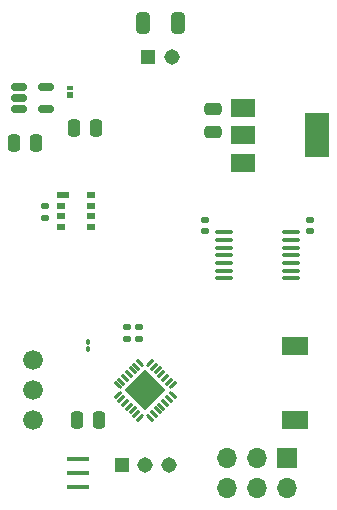
<source format=gts>
G04 #@! TF.GenerationSoftware,KiCad,Pcbnew,(6.0.2)*
G04 #@! TF.CreationDate,2022-09-22T18:34:12-04:00*
G04 #@! TF.ProjectId,Control Board,436f6e74-726f-46c2-9042-6f6172642e6b,rev?*
G04 #@! TF.SameCoordinates,Original*
G04 #@! TF.FileFunction,Soldermask,Top*
G04 #@! TF.FilePolarity,Negative*
%FSLAX46Y46*%
G04 Gerber Fmt 4.6, Leading zero omitted, Abs format (unit mm)*
G04 Created by KiCad (PCBNEW (6.0.2)) date 2022-09-22 18:34:12*
%MOMM*%
%LPD*%
G01*
G04 APERTURE LIST*
G04 Aperture macros list*
%AMRoundRect*
0 Rectangle with rounded corners*
0 $1 Rounding radius*
0 $2 $3 $4 $5 $6 $7 $8 $9 X,Y pos of 4 corners*
0 Add a 4 corners polygon primitive as box body*
4,1,4,$2,$3,$4,$5,$6,$7,$8,$9,$2,$3,0*
0 Add four circle primitives for the rounded corners*
1,1,$1+$1,$2,$3*
1,1,$1+$1,$4,$5*
1,1,$1+$1,$6,$7*
1,1,$1+$1,$8,$9*
0 Add four rect primitives between the rounded corners*
20,1,$1+$1,$2,$3,$4,$5,0*
20,1,$1+$1,$4,$5,$6,$7,0*
20,1,$1+$1,$6,$7,$8,$9,0*
20,1,$1+$1,$8,$9,$2,$3,0*%
%AMRotRect*
0 Rectangle, with rotation*
0 The origin of the aperture is its center*
0 $1 length*
0 $2 width*
0 $3 Rotation angle, in degrees counterclockwise*
0 Add horizontal line*
21,1,$1,$2,0,0,$3*%
%AMFreePoly0*
4,1,14,0.318306,0.106694,0.381693,0.043306,0.400000,-0.000888,0.400000,-0.062500,0.381693,-0.106694,0.337500,-0.125000,-0.337500,-0.125000,-0.381693,-0.106694,-0.400000,-0.062500,-0.400000,0.062500,-0.381693,0.106694,-0.337500,0.125000,0.274112,0.125000,0.318306,0.106694,0.318306,0.106694,$1*%
%AMFreePoly1*
4,1,14,0.381693,0.106694,0.400000,0.062500,0.400000,0.000888,0.381693,-0.043306,0.318306,-0.106694,0.274112,-0.125000,-0.337500,-0.125000,-0.381693,-0.106694,-0.400000,-0.062500,-0.400000,0.062500,-0.381693,0.106694,-0.337500,0.125000,0.337500,0.125000,0.381693,0.106694,0.381693,0.106694,$1*%
%AMFreePoly2*
4,1,14,0.106694,0.381693,0.125000,0.337500,0.125000,-0.337500,0.106694,-0.381693,0.062500,-0.400000,-0.062500,-0.400000,-0.106694,-0.381693,-0.125000,-0.337500,-0.125000,0.274112,-0.106694,0.318306,-0.043306,0.381693,0.000888,0.400000,0.062500,0.400000,0.106694,0.381693,0.106694,0.381693,$1*%
%AMFreePoly3*
4,1,14,0.043306,0.381693,0.106694,0.318306,0.125000,0.274112,0.125000,-0.337500,0.106694,-0.381693,0.062500,-0.400000,-0.062500,-0.400000,-0.106694,-0.381693,-0.125000,-0.337500,-0.125000,0.337500,-0.106694,0.381693,-0.062500,0.400000,-0.000888,0.400000,0.043306,0.381693,0.043306,0.381693,$1*%
%AMFreePoly4*
4,1,14,0.381693,0.106694,0.400000,0.062500,0.400000,-0.062500,0.381693,-0.106694,0.337500,-0.125000,-0.274112,-0.125000,-0.318306,-0.106694,-0.381693,-0.043306,-0.400000,0.000888,-0.400000,0.062500,-0.381693,0.106694,-0.337500,0.125000,0.337500,0.125000,0.381693,0.106694,0.381693,0.106694,$1*%
%AMFreePoly5*
4,1,14,0.381693,0.106694,0.400000,0.062500,0.400000,-0.062500,0.381693,-0.106694,0.337500,-0.125000,-0.337500,-0.125000,-0.381693,-0.106694,-0.400000,-0.062500,-0.400000,-0.000888,-0.381693,0.043306,-0.318306,0.106694,-0.274112,0.125000,0.337500,0.125000,0.381693,0.106694,0.381693,0.106694,$1*%
%AMFreePoly6*
4,1,14,0.106694,0.381693,0.125000,0.337500,0.125000,-0.274112,0.106694,-0.318306,0.043306,-0.381693,-0.000888,-0.400000,-0.062500,-0.400000,-0.106694,-0.381693,-0.125000,-0.337500,-0.125000,0.337500,-0.106694,0.381693,-0.062500,0.400000,0.062500,0.400000,0.106694,0.381693,0.106694,0.381693,$1*%
%AMFreePoly7*
4,1,14,0.106694,0.381693,0.125000,0.337500,0.125000,-0.337500,0.106694,-0.381693,0.062500,-0.400000,0.000888,-0.400000,-0.043306,-0.381693,-0.106694,-0.318306,-0.125000,-0.274112,-0.125000,0.337500,-0.106694,0.381693,-0.062500,0.400000,0.062500,0.400000,0.106694,0.381693,0.106694,0.381693,$1*%
G04 Aperture macros list end*
%ADD10C,1.308000*%
%ADD11R,1.308000X1.308000*%
%ADD12RoundRect,0.250000X-0.325000X-0.650000X0.325000X-0.650000X0.325000X0.650000X-0.325000X0.650000X0*%
%ADD13RoundRect,0.100000X-0.637500X-0.100000X0.637500X-0.100000X0.637500X0.100000X-0.637500X0.100000X0*%
%ADD14RoundRect,0.135000X-0.185000X0.135000X-0.185000X-0.135000X0.185000X-0.135000X0.185000X0.135000X0*%
%ADD15RoundRect,0.150000X-0.512500X-0.150000X0.512500X-0.150000X0.512500X0.150000X-0.512500X0.150000X0*%
%ADD16R,1.700000X1.700000*%
%ADD17O,1.700000X1.700000*%
%ADD18RoundRect,0.250000X-0.250000X-0.475000X0.250000X-0.475000X0.250000X0.475000X-0.250000X0.475000X0*%
%ADD19R,2.000000X1.500000*%
%ADD20R,2.000000X3.800000*%
%ADD21RoundRect,0.100000X-0.100000X0.130000X-0.100000X-0.130000X0.100000X-0.130000X0.100000X0.130000X0*%
%ADD22RoundRect,0.140000X-0.170000X0.140000X-0.170000X-0.140000X0.170000X-0.140000X0.170000X0.140000X0*%
%ADD23R,2.200000X1.500000*%
%ADD24RoundRect,0.250000X0.475000X-0.250000X0.475000X0.250000X-0.475000X0.250000X-0.475000X-0.250000X0*%
%ADD25FreePoly0,45.000000*%
%ADD26RoundRect,0.062500X-0.194454X-0.282843X0.282843X0.194454X0.194454X0.282843X-0.282843X-0.194454X0*%
%ADD27FreePoly1,45.000000*%
%ADD28FreePoly2,45.000000*%
%ADD29RoundRect,0.062500X0.194454X-0.282843X0.282843X-0.194454X-0.194454X0.282843X-0.282843X0.194454X0*%
%ADD30FreePoly3,45.000000*%
%ADD31FreePoly4,45.000000*%
%ADD32FreePoly5,45.000000*%
%ADD33FreePoly6,45.000000*%
%ADD34FreePoly7,45.000000*%
%ADD35RotRect,2.400000X2.400000X45.000000*%
%ADD36RoundRect,0.140000X0.170000X-0.140000X0.170000X0.140000X-0.170000X0.140000X-0.170000X-0.140000X0*%
%ADD37R,0.579000X0.332000*%
%ADD38R,0.579000X0.507000*%
%ADD39C,1.676400*%
%ADD40R,1.900000X0.400000*%
%ADD41R,0.800000X0.500000*%
%ADD42R,1.000000X0.500000*%
G04 APERTURE END LIST*
D10*
X134350000Y-84782500D03*
D11*
X132350000Y-84782500D03*
D12*
X134825000Y-81915000D03*
X131875000Y-81915000D03*
D13*
X144467500Y-99650000D03*
X144467500Y-100300000D03*
X144467500Y-100950000D03*
X144467500Y-101600000D03*
X144467500Y-102250000D03*
X144467500Y-102900000D03*
X144467500Y-103550000D03*
X138742500Y-103550000D03*
X138742500Y-102900000D03*
X138742500Y-102250000D03*
X138742500Y-101600000D03*
X138742500Y-100950000D03*
X138742500Y-100300000D03*
X138742500Y-99650000D03*
D14*
X131572000Y-107694000D03*
X131572000Y-108714000D03*
X130556000Y-107694000D03*
X130556000Y-108714000D03*
D15*
X123692500Y-87315000D03*
X123692500Y-89215000D03*
X121417500Y-89215000D03*
X121417500Y-88265000D03*
X121417500Y-87315000D03*
D16*
X144130000Y-118740000D03*
D17*
X144130000Y-121280000D03*
X141590000Y-118740000D03*
X141590000Y-121280000D03*
X139050000Y-118740000D03*
X139050000Y-121280000D03*
D18*
X122870000Y-92075000D03*
X120970000Y-92075000D03*
X126304000Y-115570000D03*
X128204000Y-115570000D03*
D19*
X140360000Y-93740000D03*
X140360000Y-91440000D03*
D20*
X146660000Y-91440000D03*
D19*
X140360000Y-89140000D03*
D21*
X127254000Y-108900000D03*
X127254000Y-109540000D03*
D22*
X137160000Y-99540000D03*
X137160000Y-98580000D03*
D23*
X144780000Y-115545000D03*
X144780000Y-109245000D03*
D18*
X127950000Y-90805000D03*
X126050000Y-90805000D03*
D24*
X137795000Y-89220000D03*
X137795000Y-91120000D03*
D25*
X129746548Y-113454264D03*
D26*
X130064746Y-113772462D03*
X130382944Y-114090660D03*
X130701142Y-114408858D03*
X131019340Y-114727056D03*
X131337538Y-115045254D03*
D27*
X131655736Y-115363452D03*
D28*
X132504264Y-115363452D03*
D29*
X132822462Y-115045254D03*
X133140660Y-114727056D03*
X133458858Y-114408858D03*
X133777056Y-114090660D03*
X134095254Y-113772462D03*
D30*
X134413452Y-113454264D03*
D31*
X134413452Y-112605736D03*
D26*
X134095254Y-112287538D03*
X133777056Y-111969340D03*
X133458858Y-111651142D03*
X133140660Y-111332944D03*
X132822462Y-111014746D03*
D32*
X132504264Y-110696548D03*
D33*
X131655736Y-110696548D03*
D29*
X131337538Y-111014746D03*
X131019340Y-111332944D03*
X130701142Y-111651142D03*
X130382944Y-111969340D03*
X130064746Y-112287538D03*
D34*
X129746548Y-112605736D03*
D35*
X132080000Y-113030000D03*
D22*
X146050000Y-99540000D03*
X146050000Y-98580000D03*
D36*
X123571000Y-97437000D03*
X123571000Y-98397000D03*
D37*
X125730000Y-87430000D03*
D38*
X125730000Y-88000000D03*
D39*
X122555000Y-110490000D03*
X122555000Y-113030000D03*
X122555000Y-115570000D03*
D40*
X126365000Y-121215000D03*
X126365000Y-120015000D03*
X126365000Y-118815000D03*
D11*
X130080000Y-119380000D03*
D10*
X132080000Y-119380000D03*
X134080000Y-119380000D03*
D41*
X127488000Y-96490000D03*
X127488000Y-97390000D03*
X127488000Y-98290000D03*
X127488000Y-99190000D03*
X124988000Y-99190000D03*
X124988000Y-98290000D03*
X124988000Y-97390000D03*
D42*
X125088000Y-96490000D03*
M02*

</source>
